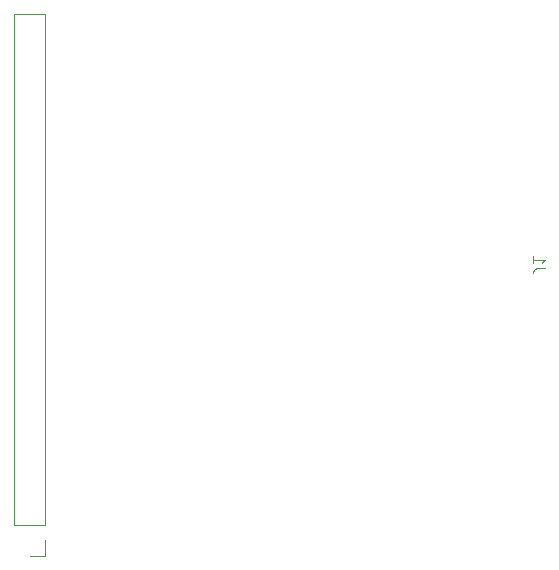
<source format=gbr>
G04 #@! TF.GenerationSoftware,KiCad,Pcbnew,9.0.7*
G04 #@! TF.CreationDate,2026-02-26T09:09:59-06:00*
G04 #@! TF.ProjectId,Flex PCB,466c6578-2050-4434-922e-6b696361645f,rev?*
G04 #@! TF.SameCoordinates,Original*
G04 #@! TF.FileFunction,Legend,Bot*
G04 #@! TF.FilePolarity,Positive*
%FSLAX46Y46*%
G04 Gerber Fmt 4.6, Leading zero omitted, Abs format (unit mm)*
G04 Created by KiCad (PCBNEW 9.0.7) date 2026-02-26 09:09:59*
%MOMM*%
%LPD*%
G01*
G04 APERTURE LIST*
%ADD10C,0.100000*%
%ADD11C,0.120000*%
G04 APERTURE END LIST*
D10*
X186542580Y-84033333D02*
X185828295Y-84033333D01*
X185828295Y-84033333D02*
X185685438Y-84080952D01*
X185685438Y-84080952D02*
X185590200Y-84176190D01*
X185590200Y-84176190D02*
X185542580Y-84319047D01*
X185542580Y-84319047D02*
X185542580Y-84414285D01*
X185542580Y-83033333D02*
X185542580Y-83604761D01*
X185542580Y-83319047D02*
X186542580Y-83319047D01*
X186542580Y-83319047D02*
X186399723Y-83414285D01*
X186399723Y-83414285D02*
X186304485Y-83509523D01*
X186304485Y-83509523D02*
X186256866Y-83604761D01*
D11*
G04 #@! TO.C,J2*
X141570000Y-62536000D02*
X144230000Y-62536000D01*
X141570000Y-105776000D02*
X141570000Y-62536000D01*
X141570000Y-105776000D02*
X144230000Y-105776000D01*
X142900000Y-108376000D02*
X144230000Y-108376000D01*
X144230000Y-105776000D02*
X144230000Y-62536000D01*
X144230000Y-108376000D02*
X144230000Y-107046000D01*
G04 #@! TD*
M02*

</source>
